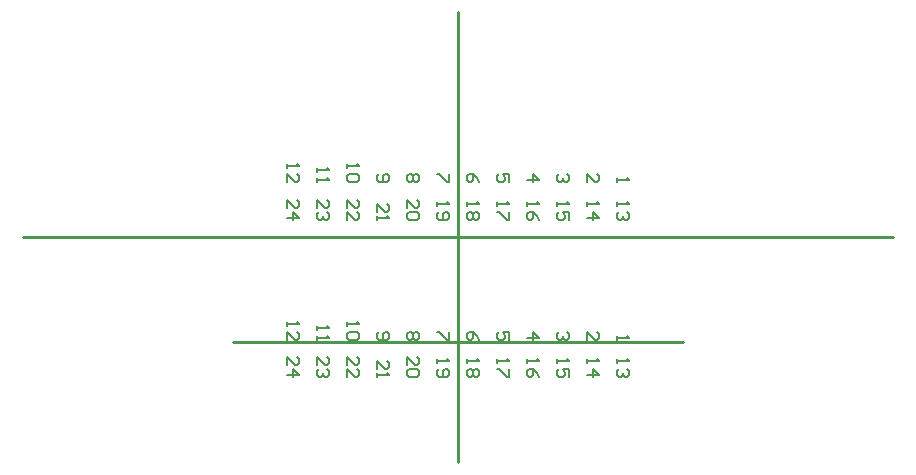
<source format=gm1>
G04*
G04 #@! TF.GenerationSoftware,Altium Limited,Altium Designer,24.0.1 (36)*
G04*
G04 Layer_Color=16711935*
%FSLAX44Y44*%
%MOMM*%
G71*
G04*
G04 #@! TF.SameCoordinates,FEA383FD-90B8-454F-AD33-5B4C9E3D299A*
G04*
G04*
G04 #@! TF.FilePolarity,Positive*
G04*
G01*
G75*
%ADD11C,0.2540*%
%ADD38C,0.2032*%
D11*
X139700Y63500D02*
X520700D01*
X-38100Y152400D02*
X698500D01*
X330200Y-38100D02*
X330200Y342900D01*
D38*
X185421Y43938D02*
Y50709D01*
X192192Y43938D01*
X193885D01*
X195578Y45631D01*
Y49016D01*
X193885Y50709D01*
X185421Y35474D02*
X195578D01*
X190500Y40552D01*
Y33781D01*
X210821Y43938D02*
Y50709D01*
X217592Y43938D01*
X219285D01*
X220978Y45631D01*
Y49016D01*
X219285Y50709D01*
Y40552D02*
X220978Y38859D01*
Y35474D01*
X219285Y33781D01*
X217592D01*
X215899Y35474D01*
Y37167D01*
Y35474D01*
X214207Y33781D01*
X212514D01*
X210821Y35474D01*
Y38859D01*
X212514Y40552D01*
X236221Y43938D02*
Y50709D01*
X242992Y43938D01*
X244685D01*
X246378Y45631D01*
Y49016D01*
X244685Y50709D01*
X236221Y33781D02*
Y40552D01*
X242992Y33781D01*
X244685D01*
X246378Y35474D01*
Y38859D01*
X244685Y40552D01*
X261621Y40552D02*
Y47323D01*
X268392Y40552D01*
X270085D01*
X271778Y42245D01*
Y45631D01*
X270085Y47323D01*
X261621Y37167D02*
Y33781D01*
Y35474D01*
X271778D01*
X270085Y37167D01*
X287021Y43938D02*
Y50709D01*
X293792Y43938D01*
X295485D01*
X297178Y45631D01*
Y49016D01*
X295485Y50709D01*
Y40552D02*
X297178Y38859D01*
Y35474D01*
X295485Y33781D01*
X288714D01*
X287021Y35474D01*
Y38859D01*
X288714Y40552D01*
X295485D01*
X312421Y49016D02*
Y45630D01*
Y47323D01*
X322578D01*
X320885Y49016D01*
X314114Y40552D02*
X312421Y38859D01*
Y35474D01*
X314114Y33781D01*
X320885D01*
X322578Y35474D01*
Y38859D01*
X320885Y40552D01*
X319192D01*
X317499Y38859D01*
Y33781D01*
X337821Y49016D02*
Y45630D01*
Y47323D01*
X347978D01*
X346285Y49016D01*
Y40552D02*
X347978Y38859D01*
Y35474D01*
X346285Y33781D01*
X344592D01*
X342899Y35474D01*
X341207Y33781D01*
X339514D01*
X337821Y35474D01*
Y38859D01*
X339514Y40552D01*
X341207D01*
X342899Y38859D01*
X344592Y40552D01*
X346285D01*
X342899Y38859D02*
Y35474D01*
X363221Y49016D02*
Y45631D01*
Y47324D01*
X373378D01*
X371685Y49016D01*
X373378Y40552D02*
Y33781D01*
X371685D01*
X364914Y40552D01*
X363221D01*
X388621Y49016D02*
Y45630D01*
Y47323D01*
X398778D01*
X397085Y49016D01*
X398778Y33781D02*
X397085Y37167D01*
X393699Y40552D01*
X390314D01*
X388621Y38859D01*
Y35474D01*
X390314Y33781D01*
X392006D01*
X393699Y35474D01*
Y40552D01*
X414021Y49016D02*
Y45631D01*
Y47323D01*
X424178D01*
X422485Y49016D01*
X424178Y33781D02*
Y40552D01*
X419099D01*
X420792Y37167D01*
Y35474D01*
X419099Y33781D01*
X415714D01*
X414021Y35474D01*
Y38859D01*
X415714Y40552D01*
X185421Y80766D02*
Y77381D01*
Y79073D01*
X195578D01*
X193885Y80766D01*
X185421Y65531D02*
Y72302D01*
X192192Y65531D01*
X193885D01*
X195578Y67224D01*
Y70609D01*
X193885Y72302D01*
X210821Y77380D02*
Y73995D01*
Y75688D01*
X220978D01*
X219285Y77380D01*
X210821Y68917D02*
Y65531D01*
Y67224D01*
X220978D01*
X219285Y68917D01*
X236221Y80766D02*
Y77381D01*
Y79073D01*
X246378D01*
X244685Y80766D01*
Y72302D02*
X246378Y70609D01*
Y67224D01*
X244685Y65531D01*
X237914D01*
X236221Y67224D01*
Y70609D01*
X237914Y72302D01*
X244685D01*
X263314D02*
X261621Y70609D01*
Y67224D01*
X263314Y65531D01*
X270085D01*
X271778Y67224D01*
Y70609D01*
X270085Y72302D01*
X268392D01*
X266699Y70609D01*
Y65531D01*
X295485Y72302D02*
X297178Y70609D01*
Y67224D01*
X295485Y65531D01*
X293792D01*
X292099Y67224D01*
X290406Y65531D01*
X288714D01*
X287021Y67224D01*
Y70609D01*
X288714Y72302D01*
X290406D01*
X292099Y70609D01*
X293792Y72302D01*
X295485D01*
X292099Y70609D02*
Y67224D01*
X322578Y72302D02*
Y65531D01*
X320885D01*
X314114Y72302D01*
X312421D01*
X347978Y65531D02*
X346285Y68917D01*
X342899Y72302D01*
X339514D01*
X337821Y70609D01*
Y67224D01*
X339514Y65531D01*
X341206D01*
X342899Y67224D01*
Y72302D01*
X373378Y65531D02*
Y72302D01*
X368299D01*
X369992Y68917D01*
Y67224D01*
X368299Y65531D01*
X364914D01*
X363221Y67224D01*
Y70609D01*
X364914Y72302D01*
X388621Y67224D02*
X398778D01*
X393699Y72302D01*
Y65531D01*
X422485Y72302D02*
X424178Y70609D01*
Y67224D01*
X422485Y65531D01*
X420792D01*
X419099Y67224D01*
Y68917D01*
Y67224D01*
X417406Y65531D01*
X415714D01*
X414021Y67224D01*
Y70609D01*
X415714Y72302D01*
X439421Y65531D02*
Y72302D01*
X446192Y65531D01*
X447885D01*
X449578Y67224D01*
Y70609D01*
X447885Y72302D01*
X464821Y68917D02*
Y65531D01*
Y67224D01*
X474978D01*
X473285Y68917D01*
X439421Y49016D02*
Y45631D01*
Y47323D01*
X449578D01*
X447885Y49016D01*
X439421Y35474D02*
X449578D01*
X444499Y40552D01*
Y33781D01*
X464821Y49016D02*
Y45630D01*
Y47323D01*
X474978D01*
X473285Y49016D01*
Y40552D02*
X474978Y38859D01*
Y35474D01*
X473285Y33781D01*
X471592D01*
X469899Y35474D01*
Y37167D01*
Y35474D01*
X468206Y33781D01*
X466514D01*
X464821Y35474D01*
Y38859D01*
X466514Y40552D01*
X185421Y177288D02*
Y184059D01*
X192192Y177288D01*
X193885D01*
X195578Y178981D01*
Y182366D01*
X193885Y184059D01*
X185421Y168824D02*
X195578D01*
X190500Y173902D01*
Y167131D01*
X210821Y177288D02*
Y184059D01*
X217592Y177288D01*
X219285D01*
X220978Y178981D01*
Y182366D01*
X219285Y184059D01*
Y173902D02*
X220978Y172209D01*
Y168824D01*
X219285Y167131D01*
X217592D01*
X215899Y168824D01*
Y170517D01*
Y168824D01*
X214207Y167131D01*
X212514D01*
X210821Y168824D01*
Y172209D01*
X212514Y173902D01*
X236221Y177288D02*
Y184059D01*
X242992Y177288D01*
X244685D01*
X246378Y178981D01*
Y182366D01*
X244685Y184059D01*
X236221Y167131D02*
Y173902D01*
X242992Y167131D01*
X244685D01*
X246378Y168824D01*
Y172209D01*
X244685Y173902D01*
X261621Y173902D02*
Y180673D01*
X268392Y173902D01*
X270085D01*
X271778Y175595D01*
Y178981D01*
X270085Y180673D01*
X261621Y170517D02*
Y167131D01*
Y168824D01*
X271778D01*
X270085Y170517D01*
X287021Y177288D02*
Y184059D01*
X293792Y177288D01*
X295485D01*
X297178Y178981D01*
Y182366D01*
X295485Y184059D01*
Y173902D02*
X297178Y172209D01*
Y168824D01*
X295485Y167131D01*
X288714D01*
X287021Y168824D01*
Y172209D01*
X288714Y173902D01*
X295485D01*
X312421Y182366D02*
Y178981D01*
Y180673D01*
X322578D01*
X320885Y182366D01*
X314114Y173902D02*
X312421Y172209D01*
Y168824D01*
X314114Y167131D01*
X320885D01*
X322578Y168824D01*
Y172209D01*
X320885Y173902D01*
X319192D01*
X317499Y172209D01*
Y167131D01*
X337821Y182366D02*
Y178981D01*
Y180673D01*
X347978D01*
X346285Y182366D01*
Y173902D02*
X347978Y172209D01*
Y168824D01*
X346285Y167131D01*
X344592D01*
X342899Y168824D01*
X341207Y167131D01*
X339514D01*
X337821Y168824D01*
Y172209D01*
X339514Y173902D01*
X341207D01*
X342899Y172209D01*
X344592Y173902D01*
X346285D01*
X342899Y172209D02*
Y168824D01*
X363221Y182366D02*
Y178981D01*
Y180674D01*
X373378D01*
X371685Y182366D01*
X373378Y173902D02*
Y167131D01*
X371685D01*
X364914Y173902D01*
X363221D01*
X388621Y182366D02*
Y178981D01*
Y180673D01*
X398778D01*
X397085Y182366D01*
X398778Y167131D02*
X397085Y170517D01*
X393699Y173902D01*
X390314D01*
X388621Y172209D01*
Y168824D01*
X390314Y167131D01*
X392006D01*
X393699Y168824D01*
Y173902D01*
X414021Y182366D02*
Y178981D01*
Y180673D01*
X424178D01*
X422485Y182366D01*
X424178Y167131D02*
Y173902D01*
X419099D01*
X420792Y170517D01*
Y168824D01*
X419099Y167131D01*
X415714D01*
X414021Y168824D01*
Y172209D01*
X415714Y173902D01*
X185421Y214116D02*
Y210731D01*
Y212423D01*
X195578D01*
X193885Y214116D01*
X185421Y198881D02*
Y205652D01*
X192192Y198881D01*
X193885D01*
X195578Y200574D01*
Y203960D01*
X193885Y205652D01*
X210821Y210730D02*
Y207345D01*
Y209038D01*
X220978D01*
X219285Y210730D01*
X210821Y202267D02*
Y198881D01*
Y200574D01*
X220978D01*
X219285Y202267D01*
X236221Y214116D02*
Y210731D01*
Y212423D01*
X246378D01*
X244685Y214116D01*
Y205652D02*
X246378Y203960D01*
Y200574D01*
X244685Y198881D01*
X237914D01*
X236221Y200574D01*
Y203960D01*
X237914Y205652D01*
X244685D01*
X263314D02*
X261621Y203960D01*
Y200574D01*
X263314Y198881D01*
X270085D01*
X271778Y200574D01*
Y203960D01*
X270085Y205652D01*
X268392D01*
X266699Y203960D01*
Y198881D01*
X295485Y205652D02*
X297178Y203960D01*
Y200574D01*
X295485Y198881D01*
X293792D01*
X292099Y200574D01*
X290406Y198881D01*
X288714D01*
X287021Y200574D01*
Y203960D01*
X288714Y205652D01*
X290406D01*
X292099Y203960D01*
X293792Y205652D01*
X295485D01*
X292099Y203960D02*
Y200574D01*
X322578Y205652D02*
Y198881D01*
X320885D01*
X314114Y205652D01*
X312421D01*
X347978Y198881D02*
X346285Y202267D01*
X342899Y205652D01*
X339514D01*
X337821Y203960D01*
Y200574D01*
X339514Y198881D01*
X341206D01*
X342899Y200574D01*
Y205652D01*
X373378Y198881D02*
Y205652D01*
X368299D01*
X369992Y202267D01*
Y200574D01*
X368299Y198881D01*
X364914D01*
X363221Y200574D01*
Y203960D01*
X364914Y205652D01*
X388621Y200574D02*
X398778D01*
X393699Y205652D01*
Y198881D01*
X422485Y205652D02*
X424178Y203960D01*
Y200574D01*
X422485Y198881D01*
X420792D01*
X419099Y200574D01*
Y202267D01*
Y200574D01*
X417406Y198881D01*
X415714D01*
X414021Y200574D01*
Y203960D01*
X415714Y205652D01*
X439421Y198881D02*
Y205652D01*
X446192Y198881D01*
X447885D01*
X449578Y200574D01*
Y203960D01*
X447885Y205652D01*
X464821Y202267D02*
Y198881D01*
Y200574D01*
X474978D01*
X473285Y202267D01*
X439421Y182366D02*
Y178981D01*
Y180673D01*
X449578D01*
X447885Y182366D01*
X439421Y168824D02*
X449578D01*
X444499Y173902D01*
Y167131D01*
X464821Y182366D02*
Y178981D01*
Y180673D01*
X474978D01*
X473285Y182366D01*
Y173902D02*
X474978Y172209D01*
Y168824D01*
X473285Y167131D01*
X471592D01*
X469899Y168824D01*
Y170517D01*
Y168824D01*
X468206Y167131D01*
X466514D01*
X464821Y168824D01*
Y172209D01*
X466514Y173902D01*
M02*

</source>
